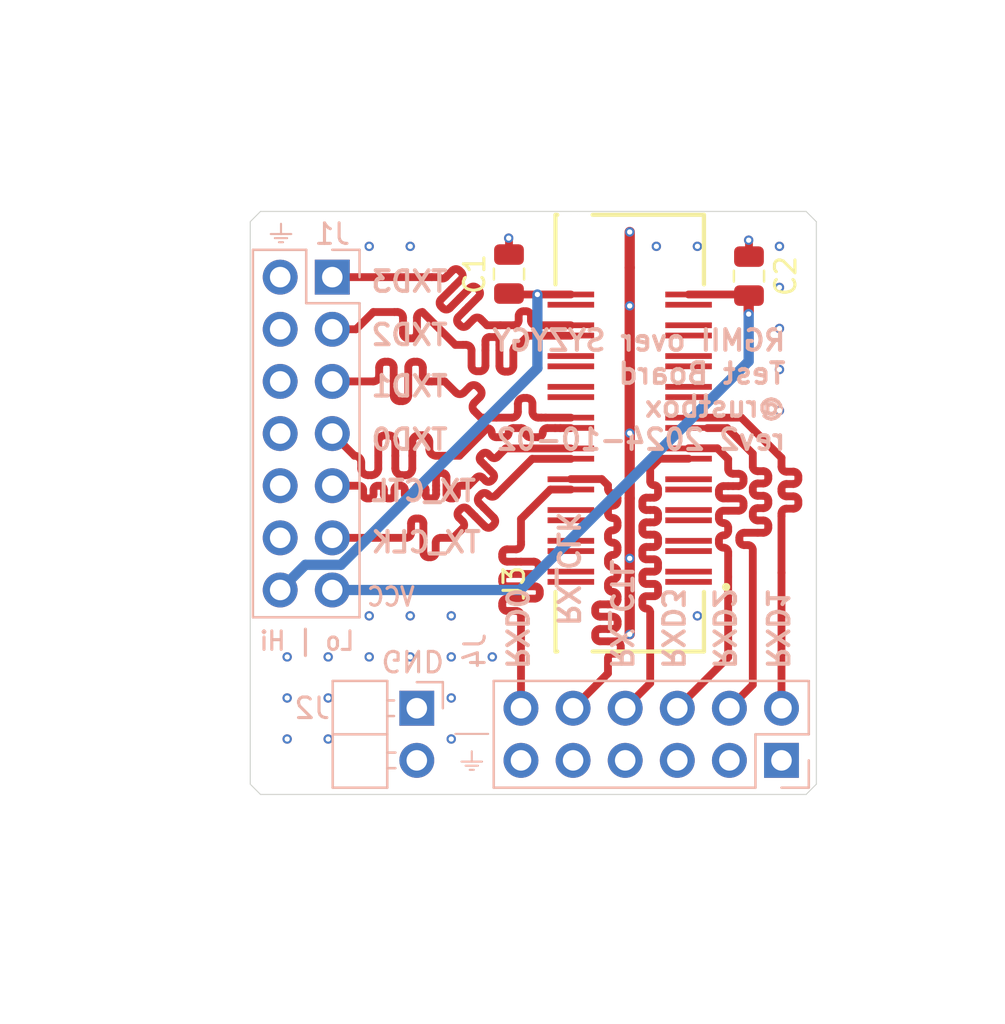
<source format=kicad_pcb>
(kicad_pcb (version 20240108) (generator "pcbnew") (generator_version "8.0")
  (layers (0 "F.Cu" signal) (1 "In1.Cu" signal) (2 "In2.Cu" signal) (31 "B.Cu" signal) (34 "B.Paste" user) (35 "F.Paste" user) (36 "B.SilkS" user "B.Silkscreen") (37 "F.SilkS" user "F.Silkscreen") (38 "B.Mask" user) (39 "F.Mask" user) (44 "Edge.Cuts" user))
  (net 0 "")
  (net 1 "VCC_H")
  (net 2 "GND")
  (net 3 "VCC_L")
  (net 4 "/TXD3_L")
  (net 7 "/TX_CTL_L")
  (net 10 "/RXD0_L")
  (net 17 "/RX_CLK_L")
  (net 18 "/RX_CTL_L")
  (net 19 "/RXD3_L")
  (net 25 "/TX_CLK_L")
  (net 30 "/RXD2_L")
  (net 33 "/TXD0_L")
  (net 34 "/TXD1_L")
  (net 37 "/TXD2_L")
  (net 38 "/RXD1_L")
  (footprint "Capacitor_SMD:C_0805_2012Metric" (layer "F.Cu") (at 116.415 75.05 90)
    (property "Reference" "C1")
    (property "Value" "10u")
  )
  (footprint "local:SAMTEC_QSH-020-01-X-D-DP-A" (layer "F.Cu") (at 122.3 82.8 90)
    (property "Reference" "J3")
    (property "Value" "QSH-020-01-X-D-DP-A")
  )
  (footprint "Capacitor_SMD:C_0805_2012Metric" (layer "F.Cu") (at 128.115 75.15 90)
    (property "Reference" "C2")
    (property "Value" "10u")
  )
  (footprint "Connector_PinHeader_2.54mm:PinHeader_1x02_P2.54mm_Horizontal" (layer "B.Cu") (at 111.92 96.2 180)
    (property "Reference" "J2")
    (property "Value" "Conn_01x02")
  )
  (footprint "Connector_PinHeader_2.54mm:PinHeader_2x07_P2.54mm_Vertical" (layer "B.Cu") (at 107.8 75.2 180)
    (property "Reference" "J1")
    (property "Value" "Conn_02x07_Odd_Even")
  )
  (footprint "Connector_PinHeader_2.54mm:PinHeader_2x06_P2.54mm_Vertical" (layer "B.Cu") (at 129.7 98.74 90)
    (property "Reference" "J4")
    (property "Value" "Conn_02x06_Odd_Even")
  )
  (gr_line (start 115.1 98.8) (end 114.1 98.8) (stroke (width 0.1)) (layer "B.SilkS"))
  (gr_line (start 114.5 99.2) (end 114.7 99.2) (stroke (width 0.1)) (layer "B.SilkS"))
  (gr_line (start 115.4 97.45) (end 113.8 97.45) (stroke (width 0.1)) (layer "B.SilkS"))
  (gr_line (start 105.8 73.1) (end 104.8 73.1) (stroke (width 0.1)) (layer "B.SilkS"))
  (gr_line (start 105 73.3) (end 105.6 73.3) (stroke (width 0.1)) (layer "B.SilkS"))
  (gr_line (start 105.3 72.6) (end 105.3 73.1) (stroke (width 0.1)) (layer "B.SilkS"))
  (gr_line (start 114.3 99) (end 114.9 99) (stroke (width 0.1)) (layer "B.SilkS"))
  (gr_line (start 114.6 98.3) (end 114.6 98.8) (stroke (width 0.1)) (layer "B.SilkS"))
  (gr_line (start 105.2 73.5) (end 105.4 73.5) (stroke (width 0.1)) (layer "B.SilkS"))
  (gr_line (start 130.9 100.4) (end 131.4 99.9) (stroke (width 0.05)) (layer "Edge.Cuts"))
  (gr_line (start 130.9 100.4) (end 104.3 100.4) (stroke (width 0.05)) (layer "Edge.Cuts"))
  (gr_line (start 103.8 72.5) (end 104.3 72) (stroke (width 0.05)) (layer "Edge.Cuts"))
  (gr_line (start 130.9 72) (end 131.4 72.5) (stroke (width 0.05)) (layer "Edge.Cuts"))
  (gr_line (start 131.4 72.5) (end 131.4 99.9) (stroke (width 0.05)) (layer "Edge.Cuts"))
  (gr_line (start 104.3 72) (end 130.9 72) (stroke (width 0.05)) (layer "Edge.Cuts"))
  (gr_line (start 103.8 72.5) (end 103.8 99.9) (stroke (width 0.05)) (layer "Edge.Cuts"))
  (gr_line (start 104.3 100.4) (end 103.8 99.9) (stroke (width 0.05)) (layer "Edge.Cuts"))
  (gr_text "RX_CLK" (at 118.7 92.3 270) (layer "B.SilkS") (effects (font (size 1 1) (thickness 0.2) (bold yes)) (justify left bottom mirror)))
  (gr_text "RXD2" (at 126.3 94.4 270) (layer "B.SilkS") (effects (font (size 1 1) (thickness 0.2) (bold yes)) (justify left bottom mirror)))
  (gr_text "VCC" (at 111.9 91.3 0) (layer "B.SilkS") (effects (font (size 0.9 0.8)) (justify left bottom mirror)))
  (gr_text "TX_CLK" (at 109.6 88.7 0) (layer "B.SilkS") (effects (font (size 1 1) (thickness 0.2) (bold yes)) (justify right bottom mirror)))
  (gr_text "TXD1" (at 109.6 81.1 0) (layer "B.SilkS") (effects (font (size 1 1) (thickness 0.2) (bold yes)) (justify right bottom mirror)))
  (gr_text "RXD0" (at 116.2 94.4 -90) (layer "B.SilkS") (effects (font (size 1 1) (thickness 0.2) (bold yes)) (justify left bottom mirror)))
  (gr_text "Lo | Hi  " (at 108.95 93.45 0) (layer "B.SilkS") (effects (font (size 0.9 0.8)) (justify left bottom mirror)))
  (gr_text "TXD2" (at 109.6 78.6 0) (layer "B.SilkS") (effects (font (size 1 1) (thickness 0.2) (bold yes)) (justify right bottom mirror)))
  (gr_text "RX_CTL" (at 121.3 94.4 270) (layer "B.SilkS") (effects (font (size 1 1) (thickness 0.2) (bold yes)) (justify left bottom mirror)))
  (gr_text "RXD1" (at 128.9 94.4 270) (layer "B.SilkS") (effects (font (size 1 1) (thickness 0.2) (bold yes)) (justify left bottom mirror)))
  (gr_text "RXD3" (at 123.8 94.4 270) (layer "B.SilkS") (effects (font (size 1 1) (thickness 0.2) (bold yes)) (justify left bottom mirror)))
  (gr_text "TX_CTL" (at 109.6 86.2 0) (layer "B.SilkS") (effects (font (size 1 1) (thickness 0.2) (bold yes)) (justify right bottom mirror)))
  (gr_text "RGMII over SYZYGY\nTest Board\n@rustbox\nrev2 2024-10-02" (at 130 83.7 0) (layer "B.SilkS") (effects (font (size 1 1) (thickness 0.2) (bold yes)) (justify left bottom mirror)))
  (gr_text "TXD0" (at 109.6 83.7 0) (layer "B.SilkS") (effects (font (size 1 1) (thickness 0.2) (bold yes)) (justify right bottom mirror)))
  (gr_text "GND" (at 110.1 93.3 180) (layer "B.SilkS") (effects (font (size 1 1)) (justify left bottom mirror)))
  (gr_text "TXD3" (at 109.6 76 0) (layer "B.SilkS") (effects (font (size 1 1) (thickness 0.2) (bold yes)) (justify right bottom mirror)))
  (segment (start 119.43 76.045) (end 116.46 76.045) (width 0.381) (layer "F.Cu") (net 1))
  (segment (start 116.46 76.045) (end 116.415 76) (width 0.381) (layer "F.Cu") (net 1))
  (via (at 117.8 76.045) (size 0.4572) (drill 0.254) (layers "F.Cu" "B.Cu") (net 1))
  (segment (start 106.487 89.213) (end 108.222241 89.213) (width 0.5) (layer "B.Cu") (net 1))
  (segment (start 108.222241 89.213) (end 117.8 79.635241) (width 0.5) (layer "B.Cu") (net 1))
  (segment (start 105.26 90.44) (end 106.487 89.213) (width 0.5) (layer "B.Cu") (net 1))
  (segment (start 117.8 79.635241) (end 117.8 76.045) (width 0.5) (layer "B.Cu") (net 1))
  (segment (start 122.3 85.975) (end 122.3 82.8) (width 0.5) (layer "F.Cu") (net 2))
  (segment (start 122.3 88.9) (end 122.3 85.975) (width 0.5) (layer "F.Cu") (net 2))
  (segment (start 122.3 74.735) (end 122.3 73) (width 0.5) (layer "F.Cu") (net 2))
  (segment (start 122.3 79.625) (end 122.3 76.6) (width 0.5) (layer "F.Cu") (net 2))
  (segment (start 122.3 82.8) (end 122.3 79.625) (width 0.5) (layer "F.Cu") (net 2))
  (segment (start 122.3 76.6) (end 122.3 74.735) (width 0.5) (layer "F.Cu") (net 2))
  (segment (start 116.415 74.1) (end 116.415 73.315) (width 0.381) (layer "F.Cu") (net 2))
  (segment (start 128.115 74.2) (end 128.115 73.415) (width 0.381) (layer "F.Cu") (net 2))
  (segment (start 122.3 90.865) (end 122.3 88.9) (width 0.5) (layer "F.Cu") (net 2))
  (segment (start 122.3 90.865) (end 122.3 92.6) (width 0.5) (layer "F.Cu") (net 2))
  (segment (start 116.415 73.315) (end 116.4 73.3) (width 0.381) (layer "F.Cu") (net 2))
  (segment (start 128.115 73.415) (end 128.1 73.4) (width 0.381) (layer "F.Cu") (net 2))
  (via (at 113.6 95.7) (size 0.4572) (drill 0.254) (layers "F.Cu" "B.Cu") (net 2))
  (via (at 129.6 73.7) (size 0.4572) (drill 0.254) (layers "F.Cu" "B.Cu") (net 2))
  (via (at 122.3 76.6) (size 0.4572) (drill 0.254) (layers "F.Cu" "B.Cu") (net 2))
  (via (at 111.6 93.7) (size 0.4572) (drill 0.254) (layers "F.Cu" "B.Cu") (net 2))
  (via (at 105.6 97.7) (size 0.4572) (drill 0.254) (layers "F.Cu" "B.Cu") (net 2))
  (via (at 116.4 73.3) (size 0.4572) (drill 0.254) (layers "F.Cu" "B.Cu") (net 2))
  (via (at 122.3 92.6) (size 0.4572) (drill 0.254) (layers "F.Cu" "B.Cu") (net 2))
  (via (at 107.6 95.7) (size 0.4572) (drill 0.254) (layers "F.Cu" "B.Cu") (net 2))
  (via (at 125.6 91.7) (size 0.4572) (drill 0.254) (layers "F.Cu" "B.Cu") (net 2))
  (via (at 123.6 73.7) (size 0.4572) (drill 0.254) (layers "F.Cu" "B.Cu") (net 2))
  (via (at 111.6 91.7) (size 0.4572) (drill 0.254) (layers "F.Cu" "B.Cu") (net 2))
  (via (at 129.6 81.7) (size 0.4572) (drill 0.254) (layers "F.Cu" "B.Cu") (net 2))
  (via (at 109.6 91.7) (size 0.4572) (drill 0.254) (layers "F.Cu" "B.Cu") (net 2))
  (via (at 107.6 97.7) (size 0.4572) (drill 0.254) (layers "F.Cu" "B.Cu") (net 2))
  (via (at 113.6 97.7) (size 0.4572) (drill 0.254) (layers "F.Cu" "B.Cu") (net 2))
  (via (at 128.1 73.4) (size 0.4572) (drill 0.254) (layers "F.Cu" "B.Cu") (net 2))
  (via (at 105.6 93.7) (size 0.4572) (drill 0.254) (layers "F.Cu" "B.Cu") (net 2))
  (via (at 129.6 79.7) (size 0.4572) (drill 0.254) (layers "F.Cu" "B.Cu") (net 2))
  (via (at 109.6 93.7) (size 0.4572) (drill 0.254) (layers "F.Cu" "B.Cu") (net 2))
  (via (at 111.6 73.7) (size 0.4572) (drill 0.254) (layers "F.Cu" "B.Cu") (net 2))
  (via (at 113.6 93.7) (size 0.4572) (drill 0.254) (layers "F.Cu" "B.Cu") (net 2))
  (via (at 109.6 73.7) (size 0.4572) (drill 0.254) (layers "F.Cu" "B.Cu") (net 2))
  (via (at 122.3 88.9) (size 0.4572) (drill 0.254) (layers "F.Cu" "B.Cu") (net 2))
  (via (at 129.6 75.7) (size 0.4572) (drill 0.254) (layers "F.Cu" "B.Cu") (net 2))
  (via (at 105.6 95.7) (size 0.4572) (drill 0.254) (layers "F.Cu" "B.Cu") (net 2))
  (via (at 129.6 77.7) (size 0.4572) (drill 0.254) (layers "F.Cu" "B.Cu") (net 2))
  (via (at 122.3 82.8) (size 0.4572) (drill 0.254) (layers "F.Cu" "B.Cu") (net 2))
  (via (at 113.6 91.7) (size 0.4572) (drill 0.254) (layers "F.Cu" "B.Cu") (net 2))
  (via (at 122.3 73) (size 0.4572) (drill 0.254) (layers "F.Cu" "B.Cu") (net 2))
  (via (at 125.6 73.7) (size 0.4572) (drill 0.254) (layers "F.Cu" "B.Cu") (net 2))
  (via (at 115.6 93.7) (size 0.4572) (drill 0.254) (layers "F.Cu" "B.Cu") (net 2))
  (via (at 107.6 93.7) (size 0.4572) (drill 0.254) (layers "F.Cu" "B.Cu") (net 2))
  (segment (start 128.1 76.115) (end 128.115 76.1) (width 0.5) (layer "F.Cu") (net 3))
  (segment (start 128.06 76.045) (end 128.115 76.1) (width 0.381) (layer "F.Cu") (net 3))
  (segment (start 128.1 77) (end 128.1 76.115) (width 0.5) (layer "F.Cu") (net 3))
  (segment (start 125.17 76.045) (end 128.06 76.045) (width 0.381) (layer "F.Cu") (net 3))
  (via (at 128.1 77) (size 0.4572) (drill 0.254) (layers "F.Cu" "B.Cu") (net 3))
  (segment (start 107.8 90.44) (end 116.96 90.44) (width 0.5) (layer "B.Cu") (net 3))
  (segment (start 116.96 90.44) (end 128.1 79.3) (width 0.5) (layer "B.Cu") (net 3))
  (segment (start 128.1 79.3) (end 128.1 77) (width 0.5) (layer "B.Cu") (net 3))
  (segment (start 114.084758 75.303181) (end 113.763673 75.624263) (width 0.381) (layer "F.Cu") (net 4))
  (segment (start 117.9 77.545) (end 119.43 77.545) (width 0.381) (layer "F.Cu") (net 4))
  (segment (start 113.527453 76.70901) (end 114.018231 76.218231) (width 0.381) (layer "F.Cu") (net 4))
  (segment (start 114.848424 75.727448) (end 114.933276 75.8123) (width 0.381) (layer "F.Cu") (net 4))
  (segment (start 115.995 77.545) (end 116.645 77.545) (width 0.381) (layer "F.Cu") (net 4))
  (segment (start 113.763673 75.624263) (end 113.593968 75.793968) (width 0.381) (layer "F.Cu") (net 4))
  (segment (start 112.65 75.2) (end 113 75.2) (width 0.381) (layer "F.Cu") (net 4))
  (segment (start 114.376003 77.557513) (end 114.697052 77.236463) (width 0.381) (layer "F.Cu") (net 4))
  (segment (start 112 75.2) (end 112.65 75.2) (width 0.381) (layer "F.Cu") (net 4))
  (segment (start 115.345 77.545) (end 115.995 77.545) (width 0.381) (layer "F.Cu") (net 4))
  (segment (start 114.018231 76.218231) (end 114.509012 75.727447) (width 0.381) (layer "F.Cu") (net 4))
  (segment (start 113.339412 75.200001) (end 113.660494 74.878916) (width 0.381) (layer "F.Cu") (net 4))
  (segment (start 113.999906 74.878917) (end 114.084758 74.963769) (width 0.381) (layer "F.Cu") (net 4))
  (segment (start 115.121316 77.321316) (end 115.345 77.545) (width 0.381) (layer "F.Cu") (net 4))
  (segment (start 116.885 77.305) (end 116.885 77.100924) (width 0.381) (layer "F.Cu") (net 4))
  (segment (start 107.8 75.2) (end 112 75.2) (width 0.381) (layer "F.Cu") (net 4))
  (segment (start 114.933276 76.151712) (end 114.442494 76.642495) (width 0.381) (layer "F.Cu") (net 4))
  (segment (start 114.442495 76.642495) (end 114.272789 76.8122) (width 0.381) (layer "F.Cu") (net 4))
  (segment (start 117.485 77.100924) (end 117.485 77.305) (width 0.381) (layer "F.Cu") (net 4))
  (segment (start 114.442494 76.642495) (end 114.442495 76.642495) (width 0.381) (layer "F.Cu") (net 4))
  (segment (start 117.725 77.545) (end 117.845 77.545) (width 0.381) (layer "F.Cu") (net 4))
  (segment (start 115.036464 77.236463) (end 115.121316 77.321316) (width 0.381) (layer "F.Cu") (net 4))
  (segment (start 117.845 77.545) (end 117.9 77.545) (width 0.381) (layer "F.Cu") (net 4))
  (segment (start 113.103189 76.624158) (end 113.188041 76.70901) (width 0.381) (layer "F.Cu") (net 4))
  (segment (start 113.593968 75.793968) (end 113.103189 76.284746) (width 0.381) (layer "F.Cu") (net 4))
  (segment (start 114.272789 76.8122) (end 113.951739 77.13325) (width 0.381) (layer "F.Cu") (net 4))
  (segment (start 117.125 76.860924) (end 117.245 76.860924) (width 0.381) (layer "F.Cu") (net 4))
  (segment (start 113.951739 77.472661) (end 114.036591 77.557513) (width 0.381) (layer "F.Cu") (net 4))
  (arc (start 113.660494 74.878916) (mid 113.8302 74.808623) (end 113.999906 74.878917) (width 0.381) (layer "F.Cu") (net 4))
  (arc (start 113.188041 76.70901) (mid 113.357747 76.779305) (end 113.527453 76.70901) (width 0.381) (layer "F.Cu") (net 4))
  (arc (start 114.933276 75.8123) (mid 115.003572 75.982007) (end 114.933276 76.151712) (width 0.381) (layer "F.Cu") (net 4))
  (arc (start 114.697052 77.236463) (mid 114.866758 77.166168) (end 115.036464 77.236463) (width 0.381) (layer "F.Cu") (net 4))
  (arc (start 116.645 77.545) (mid 116.814706 77.474706) (end 116.885 77.305) (width 0.381) (layer "F.Cu") (net 4))
  (arc (start 113.103189 76.284746) (mid 113.032894 76.454452) (end 113.103189 76.624158) (width 0.381) (layer "F.Cu") (net 4))
  (arc (start 113 75.2) (mid 113.169706 75.270294) (end 113.339412 75.200001) (width 0.381) (layer "F.Cu") (net 4))
  (arc (start 117.485 77.305) (mid 117.555294 77.474706) (end 117.725 77.545) (width 0.381) (layer "F.Cu") (net 4))
  (arc (start 116.885 77.100924) (mid 116.955294 76.931218) (end 117.125 76.860924) (width 0.381) (layer "F.Cu") (net 4))
  (arc (start 114.509012 75.727447) (mid 114.678718 75.657154) (end 114.848424 75.727448) (width 0.381) (layer "F.Cu") (net 4))
  (arc (start 113.951739 77.13325) (mid 113.881445 77.302955) (end 113.951739 77.472661) (width 0.381) (layer "F.Cu") (net 4))
  (arc (start 114.084758 74.963769) (mid 114.155052 75.133474) (end 114.084758 75.303181) (width 0.381) (layer "F.Cu") (net 4))
  (arc (start 114.036591 77.557513) (mid 114.206297 77.627808) (end 114.376003 77.557513) (width 0.381) (layer "F.Cu") (net 4))
  (arc (start 117.245 76.860924) (mid 117.414706 76.931218) (end 117.485 77.100924) (width 0.381) (layer "F.Cu") (net 4))
  (segment (start 111.3352 85.5632) (end 111.3352 85.774651) (width 0.381) (layer "F.Cu") (net 7))
  (segment (start 115.63065 84.755731) (end 115.481142 84.606223) (width 0.381) (layer "F.Cu") (net 7))
  (segment (start 114.0784 85.36) (end 114.18 85.36) (width 0.381) (layer "F.Cu") (net 7))
  (segment (start 115.403467 83.810122) (end 115.55299 83.959645) (width 0.381) (layer "F.Cu") (net 7))
  (segment (start 114.44 85.36) (end 114.834565 84.965435) (width 0.381) (layer "F.Cu") (net 7))
  (segment (start 109.5064 85.977867) (end 109.608 85.977867) (width 0.381) (layer "F.Cu") (net 7))
  (segment (start 111.5384 85.977851) (end 111.64 85.977851) (width 0.381) (layer "F.Cu") (net 7))
  (segment (start 111.0304 85.36) (end 111.132 85.36) (width 0.381) (layer "F.Cu") (net 7))
  (segment (start 110.5224 85.977851) (end 110.624 85.977851) (width 0.381) (layer "F.Cu") (net 7))
  (segment (start 110.3192 85.5632) (end 110.3192 85.774651) (width 0.381) (layer "F.Cu") (net 7))
  (segment (start 113.8752 85.774651) (end 113.8752 85.5632) (width 0.381) (layer "F.Cu") (net 7))
  (segment (start 110.0144 85.36) (end 110.116 85.36) (width 0.381) (layer "F.Cu") (net 7))
  (segment (start 111.8432 85.774651) (end 111.8432 85.5632) (width 0.381) (layer "F.Cu") (net 7))
  (segment (start 115.33746 84.46254) (end 115.193776 84.318856) (width 0.381) (layer "F.Cu") (net 7))
  (segment (start 115.912199 83.887802) (end 116.255 83.545) (width 0.381) (layer "F.Cu") (net 7))
  (segment (start 116.255 83.545) (end 119.43 83.545) (width 0.381) (layer "F.Cu") (net 7))
  (segment (start 115.044254 83.881966) (end 115.116099 83.810122) (width 0.381) (layer "F.Cu") (net 7))
  (segment (start 110.8272 85.774651) (end 110.8272 85.5632) (width 0.381) (layer "F.Cu") (net 7))
  (segment (start 115.558808 85.114942) (end 115.63065 85.043099) (width 0.381) (layer "F.Cu") (net 7))
  (segment (start 113.0624 84.742149) (end 113.164 84.742149) (width 0.381) (layer "F.Cu") (net 7))
  (segment (start 112.8592 85.5632) (end 112.8592 85.36) (width 0.381) (layer "F.Cu") (net 7))
  (segment (start 113.5704 85.977851) (end 113.672 85.977851) (width 0.381) (layer "F.Cu") (net 7))
  (segment (start 109.3032 85.5632) (end 109.3032 85.774667) (width 0.381) (layer "F.Cu") (net 7))
  (segment (start 113.3672 85.5632) (end 113.3672 85.774651) (width 0.381) (layer "F.Cu") (net 7))
  (segment (start 109.8112 85.774667) (end 109.8112 85.5632) (width 0.381) (layer "F.Cu") (net 7))
  (segment (start 112.8592 85.774667) (end 112.8592 85.5632) (width 0.381) (layer "F.Cu") (net 7))
  (segment (start 115.337458 84.462539) (end 115.33746 84.46254) (width 0.381) (layer "F.Cu") (net 7))
  (segment (start 115.840358 83.959645) (end 115.912199 83.887802) (width 0.381) (layer "F.Cu") (net 7))
  (segment (start 112.8592 85.36) (end 112.8592 84.945349) (width 0.381) (layer "F.Cu") (net 7))
  (segment (start 114.18 85.36) (end 114.44 85.36) (width 0.381) (layer "F.Cu") (net 7))
  (segment (start 115.121933 84.965435) (end 115.27144 85.114942) (width 0.381) (layer "F.Cu") (net 7))
  (segment (start 115.481142 84.606223) (end 115.337458 84.462539) (width 0.381) (layer "F.Cu") (net 7))
  (segment (start 113.3672 85.36) (end 113.3672 85.5632) (width 0.381) (layer "F.Cu") (net 7))
  (segment (start 112.0464 85.36) (end 112.148 85.36) (width 0.381) (layer "F.Cu") (net 7))
  (segment (start 112.3512 85.5632) (end 112.3512 85.774667) (width 0.381) (layer "F.Cu") (net 7))
  (segment (start 113.3672 84.945349) (end 113.3672 85.36) (width 0.381) (layer "F.Cu") (net 7))
  (segment (start 107.8 85.36) (end 109.1 85.36) (width 0.381) (layer "F.Cu") (net 7))
  (segment (start 112.5544 85.977867) (end 112.656 85.977867) (width 0.381) (layer "F.Cu") (net 7))
  (segment (start 115.193776 84.318856) (end 115.044254 84.169334) (width 0.381) (layer "F.Cu") (net 7))
  (arc (start 111.132 85.36) (mid 111.275684 85.419516) (end 111.3352 85.5632) (width 0.381) (layer "F.Cu") (net 7))
  (arc (start 115.27144 85.114942) (mid 115.415124 85.174458) (end 115.558808 85.114942) (width 0.381) (layer "F.Cu") (net 7))
  (arc (start 113.8752 85.5632) (mid 113.934716 85.419516) (end 114.0784 85.36) (width 0.381) (layer "F.Cu") (net 7))
  (arc (start 111.8432 85.5632) (mid 111.902716 85.419516) (end 112.0464 85.36) (width 0.381) (layer "F.Cu") (net 7))
  (arc (start 109.1 85.36) (mid 109.243684 85.419516) (end 109.3032 85.5632) (width 0.381) (layer "F.Cu") (net 7))
  (arc (start 112.8592 84.945349) (mid 112.918716 84.801665) (end 113.0624 84.742149) (width 0.381) (layer "F.Cu") (net 7))
  (arc (start 113.3672 85.774651) (mid 113.426716 85.918335) (end 113.5704 85.977851) (width 0.381) (layer "F.Cu") (net 7))
  (arc (start 109.3032 85.774667) (mid 109.362716 85.918351) (end 109.5064 85.977867) (width 0.381) (layer "F.Cu") (net 7))
  (arc (start 112.148 85.36) (mid 112.291684 85.419516) (end 112.3512 85.5632) (width 0.381) (layer "F.Cu") (net 7))
  (arc (start 113.672 85.977851) (mid 113.815684 85.918335) (end 113.8752 85.774651) (width 0.381) (layer "F.Cu") (net 7))
  (arc (start 110.3192 85.774651) (mid 110.378716 85.918335) (end 110.5224 85.977851) (width 0.381) (layer "F.Cu") (net 7))
  (arc (start 110.8272 85.5632) (mid 110.886716 85.419516) (end 111.0304 85.36) (width 0.381) (layer "F.Cu") (net 7))
  (arc (start 115.116099 83.810122) (mid 115.259783 83.750606) (end 115.403467 83.810122) (width 0.381) (layer "F.Cu") (net 7))
  (arc (start 114.834565 84.965435) (mid 114.978249 84.905919) (end 115.121933 84.965435) (width 0.381) (layer "F.Cu") (net 7))
  (arc (start 111.64 85.977851) (mid 111.783684 85.918335) (end 111.8432 85.774651) (width 0.381) (layer "F.Cu") (net 7))
  (arc (start 110.624 85.977851) (mid 110.767684 85.918335) (end 110.8272 85.774651) (width 0.381) (layer "F.Cu") (net 7))
  (arc (start 112.656 85.977867) (mid 112.799684 85.918351) (end 112.8592 85.774667) (width 0.381) (layer "F.Cu") (net 7))
  (arc (start 111.3352 85.774651) (mid 111.394716 85.918335) (end 111.5384 85.977851) (width 0.381) (layer "F.Cu") (net 7))
  (arc (start 115.55299 83.959645) (mid 115.696674 84.019161) (end 115.840358 83.959645) (width 0.381) (layer "F.Cu") (net 7))
  (arc (start 113.164 84.742149) (mid 113.307684 84.801665) (end 113.3672 84.945349) (width 0.381) (layer "F.Cu") (net 7))
  (arc (start 115.044254 84.169334) (mid 114.984738 84.02565) (end 115.044254 83.881966) (width 0.381) (layer "F.Cu") (net 7))
  (arc (start 109.608 85.977867) (mid 109.751684 85.918351) (end 109.8112 85.774667) (width 0.381) (layer "F.Cu") (net 7))
  (arc (start 115.63065 85.043099) (mid 115.690166 84.899415) (end 115.63065 84.755731) (width 0.381) (layer "F.Cu") (net 7))
  (arc (start 109.8112 85.5632) (mid 109.870716 85.419516) (end 110.0144 85.36) (width 0.381) (layer "F.Cu") (net 7))
  (arc (start 110.116 85.36) (mid 110.259684 85.419516) (end 110.3192 85.5632) (width 0.381) (layer "F.Cu") (net 7))
  (arc (start 112.3512 85.774667) (mid 112.410716 85.918351) (end 112.5544 85.977867) (width 0.381) (layer "F.Cu") (net 7))
  (segment (start 116.325895 88.46) (end 116.76 88.46) (width 0.381) (layer "F.Cu") (net 10))
  (segment (start 116.085876 90.02) (end 116.085876 89.9) (width 0.381) (layer "F.Cu") (net 10))
  (segment (start 117 88.22) (end 117 88.1) (width 0.381) (layer "F.Cu") (net 10))
  (segment (start 116.76 90.86) (end 117 90.86) (width 0.381) (layer "F.Cu") (net 10))
  (segment (start 117 88.1) (end 117 86.98) (width 0.381) (layer "F.Cu") (net 10))
  (segment (start 117 89.66) (end 117.624113 89.66) (width 0.381) (layer "F.Cu") (net 10))
  (segment (start 116.76 91.46) (end 116.325876 91.46) (width 0.381) (layer "F.Cu") (net 10))
  (segment (start 116.325876 90.86) (end 116.76 90.86) (width 0.381) (layer "F.Cu") (net 10))
  (segment (start 117.914105 90.62) (end 117.914105 90.5) (width 0.381) (layer "F.Cu") (net 10))
  (segment (start 117 90.26) (end 116.325876 90.26) (width 0.381) (layer "F.Cu") (net 10))
  (segment (start 117 90.86) (end 117.674105 90.86) (width 0.381) (layer "F.Cu") (net 10))
  (segment (start 116.085895 88.82) (end 116.085895 88.7) (width 0.381) (layer "F.Cu") (net 10))
  (segment (start 117.674105 90.26) (end 117 90.26) (width 0.381) (layer "F.Cu") (net 10))
  (segment (start 117 86.98) (end 117.421836 86.558164) (width 0.381) (layer "F.Cu") (net 10))
  (segment (start 117 96.2) (end 117 91.7) (width 0.381) (layer "F.Cu") (net 10))
  (segment (start 118.435 85.545) (end 119.43 85.545) (width 0.381) (layer "F.Cu") (net 10))
  (segment (start 117 89.06) (end 116.76 89.06) (width 0.381) (layer "F.Cu") (net 10))
  (segment (start 117.421836 86.558164) (end 118.435 85.545) (width 0.381) (layer "F.Cu") (net 10))
  (segment (start 116.76 89.06) (end 116.325895 89.06) (width 0.381) (layer "F.Cu") (net 10))
  (segment (start 116.085876 91.22) (end 116.085876 91.1) (width 0.381) (layer "F.Cu") (net 10))
  (segment (start 116.325876 89.66) (end 117 89.66) (width 0.381) (layer "F.Cu") (net 10))
  (segment (start 117.864113 89.42) (end 117.864113 89.3) (width 0.381) (layer "F.Cu") (net 10))
  (segment (start 117.624113 89.06) (end 117 89.06) (width 0.381) (layer "F.Cu") (net 10))
  (arc (start 116.325876 91.46) (mid 116.15617 91.389706) (end 116.085876 91.22) (width 0.381) (layer "F.Cu") (net 10))
  (arc (start 116.085876 89.9) (mid 116.15617 89.730294) (end 116.325876 89.66) (width 0.381) (layer "F.Cu") (net 10))
  (arc (start 116.085876 91.1) (mid 116.15617 90.930294) (end 116.325876 90.86) (width 0.381) (layer "F.Cu") (net 10))
  (arc (start 117.624113 89.66) (mid 117.793819 89.589706) (end 117.864113 89.42) (width 0.381) (layer "F.Cu") (net 10))
  (arc (start 117.864113 89.3) (mid 117.793819 89.130294) (end 117.624113 89.06) (width 0.381) (layer "F.Cu") (net 10))
  (arc (start 117.674105 90.86) (mid 117.843811 90.789706) (end 117.914105 90.62) (width 0.381) (layer "F.Cu") (net 10))
  (arc (start 117.914105 90.5) (mid 117.843811 90.330294) (end 117.674105 90.26) (width 0.381) (layer "F.Cu") (net 10))
  (arc (start 116.325895 89.06) (mid 116.156189 88.989706) (end 116.085895 88.82) (width 0.381) (layer "F.Cu") (net 10))
  (arc (start 116.325876 90.26) (mid 116.15617 90.189706) (end 116.085876 90.02) (width 0.381) (layer "F.Cu") (net 10))
  (arc (start 117 91.7) (mid 116.929706 91.530294) (end 116.76 91.46) (width 0.381) (layer "F.Cu") (net 10))
  (arc (start 116.085895 88.7) (mid 116.156189 88.530294) (end 116.325895 88.46) (width 0.381) (layer "F.Cu") (net 10))
  (arc (start 116.76 88.46) (mid 116.929706 88.389706) (end 117 88.22) (width 0.381) (layer "F.Cu") (net 10))
  (segment (start 120.618634 92.58) (end 120.618634 92.7) (width 0.381) (layer "F.Cu") (net 17))
  (segment (start 121.24 91.74) (end 121.474513 91.74) (width 0.381) (layer "F.Cu") (net 17))
  (segment (start 121.473643 91.14) (end 121.24 91.14) (width 0.381) (layer "F.Cu") (net 17))
  (segment (start 120.937 85.037) (end 121.24 85.34) (width 0.381) (layer "F.Cu") (net 17))
  (segment (start 121.48 92.94) (end 121.621366 92.94) (width 0.381) (layer "F.Cu") (net 17))
  (segment (start 121.24 92.94) (end 121.48 92.94) (width 0.381) (layer "F.Cu") (net 17))
  (segment (start 121.707286 90.767286) (end 121.707286 90.906357) (width 0.381) (layer "F.Cu") (net 17))
  (segment (start 120.618634 91.38) (end 120.618634 91.5) (width 0.381) (layer "F.Cu") (net 17))
  (segment (start 121.24 85.34) (end 121.24 85.5) (width 0.381) (layer "F.Cu") (net 17))
  (segment (start 119.43 85.037) (end 120.937 85.037) (width 0.381) (layer "F.Cu") (net 17))
  (segment (start 121.24 87.764916) (end 121.24 87.9) (width 0.381) (layer "F.Cu") (net 17))
  (segment (start 121.24 94.5) (end 121.17 94.57) (width 0.381) (layer "F.Cu") (net 17))
  (segment (start 121.24 90.164916) (end 121.24 90.3) (width 0.381) (layer "F.Cu") (net 17))
  (segment (start 121.704848 88.364848) (end 121.704848 88.5) (width 0.381) (layer "F.Cu") (net 17))
  (segment (start 121.24 93.9) (end 121.24 94.5) (width 0.381) (layer "F.Cu") (net 17))
  (segment (start 121.704916 87.164916) (end 121.704916 87.3) (width 0.381) (layer "F.Cu") (net 17))
  (segment (start 121.24 86.564848) (end 121.24 86.7) (width 0.381) (layer "F.Cu") (net 17))
  (segment (start 121.704848 85.964848) (end 121.704848 86.1) (width 0.381) (layer "F.Cu") (net 17))
  (segment (start 121.709025 91.974512) (end 121.709025 92.105488) (width 0.381) (layer "F.Cu") (net 17))
  (segment (start 120.858634 91.74) (end 121.24 91.74) (width 0.381) (layer "F.Cu") (net 17))
  (segment (start 121.621366 93.54) (end 121.48 93.54) (width 0.381) (layer "F.Cu") (net 17))
  (segment (start 121.24 92.34) (end 120.858634 92.34) (width 0.381) (layer "F.Cu") (net 17))
  (segment (start 121.17 94.57) (end 119.54 96.2) (width 0.381) (layer "F.Cu") (net 17))
  (segment (start 121.24 91.14) (end 120.858634 91.14) (width 0.381) (layer "F.Cu") (net 17))
  (segment (start 121.704916 89.564916) (end 121.704916 89.7) (width 0.381) (layer "F.Cu") (net 17))
  (segment (start 121.474513 92.34) (end 121.24 92.34) (width 0.381) (layer "F.Cu") (net 17))
  (segment (start 121.861366 93.18) (end 121.861366 93.3) (width 0.381) (layer "F.Cu") (net 17))
  (segment (start 121.24 93.78) (end 121.24 93.9) (width 0.381) (layer "F.Cu") (net 17))
  (segment (start 120.858634 92.94) (end 121.24 92.94) (width 0.381) (layer "F.Cu") (net 17))
  (segment (start 121.24 88.964848) (end 121.24 89.1) (width 0.381) (layer "F.Cu") (net 17))
  (arc (start 121.473643 90.533643) (mid 121.638854 90.602075) (end 121.707286 90.767286) (width 0.381) (layer "F.Cu") (net 17))
  (arc (start 121.861366 93.3) (mid 121.791072 93.469706) (end 121.621366 93.54) (width 0.381) (layer "F.Cu") (net 17))
  (arc (start 120.618634 92.7) (mid 120.688928 92.869706) (end 120.858634 92.94) (width 0.381) (layer "F.Cu") (net 17))
  (arc (start 121.472458 86.932458) (mid 121.636831 87.000543) (end 121.704916 87.164916) (width 0.381) (layer "F.Cu") (net 17))
  (arc (start 121.707286 90.906357) (mid 121.638854 91.071568) (end 121.473643 91.14) (width 0.381) (layer "F.Cu") (net 17))
  (arc (start 121.704916 89.7) (mid 121.636831 89.864373) (end 121.472458 89.932458) (width 0.381) (layer "F.Cu") (net 17))
  (arc (start 120.858634 92.34) (mid 120.688928 92.410294) (end 120.618634 92.58) (width 0.381) (layer "F.Cu") (net 17))
  (arc (start 121.472458 87.532458) (mid 121.308085 87.600543) (end 121.24 87.764916) (width 0.381) (layer "F.Cu") (net 17))
  (arc (start 121.24 86.7) (mid 121.308085 86.864373) (end 121.472458 86.932458) (width 0.381) (layer "F.Cu") (net 17))
  (arc (start 121.24 85.5) (mid 121.308075 85.664349) (end 121.472424 85.732424) (width 0.381) (layer "F.Cu") (net 17))
  (arc (start 121.621366 92.94) (mid 121.791072 93.010294) (end 121.861366 93.18) (width 0.381) (layer "F.Cu") (net 17))
  (arc (start 121.704848 86.1) (mid 121.636773 86.264349) (end 121.472424 86.332424) (width 0.381) (layer "F.Cu") (net 17))
  (arc (start 121.704916 87.3) (mid 121.636831 87.464373) (end 121.472458 87.532458) (width 0.381) (layer "F.Cu") (net 17))
  (arc (start 121.48 93.54) (mid 121.310294 93.610294) (end 121.24 93.78) (width 0.381) (layer "F.Cu") (net 17))
  (arc (start 121.472424 88.132424) (mid 121.636773 88.200499) (end 121.704848 88.364848) (width 0.381) (layer "F.Cu") (net 17))
  (arc (start 120.618634 91.5) (mid 120.688928 91.669706) (end 120.858634 91.74) (width 0.381) (layer "F.Cu") (net 17))
  (arc (start 121.472424 88.732424) (mid 121.308075 88.800499) (end 121.24 88.964848) (width 0.381) (layer "F.Cu") (net 17))
  (arc (start 121.24 89.1) (mid 121.308085 89.264373) (end 121.472458 89.332458) (width 0.381) (layer "F.Cu") (net 17))
  (arc (start 121.709025 92.105488) (mid 121.640338 92.271313) (end 121.474513 92.34) (width 0.381) (layer "F.Cu") (net 17))
  (arc (start 120.858634 91.14) (mid 120.688928 91.210294) (end 120.618634 91.38) (width 0.381) (layer "F.Cu") (net 17))
  (arc (start 121.472424 86.332424) (mid 121.308075 86.400499) (end 121.24 86.564848) (width 0.381) (layer "F.Cu") (net 17))
  (arc (start 121.472458 89.932458) (mid 121.308085 90.000543) (end 121.24 90.164916) (width 0.381) (layer "F.Cu") (net 17))
  (arc (start 121.704848 88.5) (mid 121.636773 88.664349) (end 121.472424 88.732424) (width 0.381) (layer "F.Cu") (net 17))
  (arc (start 121.472458 89.332458) (mid 121.636831 89.400543) (end 121.704916 89.564916) (width 0.381) (layer "F.Cu") (net 17))
  (arc (start 121.474513 91.74) (mid 121.640338 91.808687) (end 121.709025 91.974512) (width 0.381) (layer "F.Cu") (net 17))
  (arc (start 121.472424 85.732424) (mid 121.636773 85.800499) (end 121.704848 85.964848) (width 0.381) (layer "F.Cu") (net 17))
  (arc (start 121.24 87.9) (mid 121.308075 88.064349) (end 121.472424 88.132424) (width 0.381) (layer "F.Cu") (net 17))
  (arc (start 121.24 90.3) (mid 121.308432 90.465211) (end 121.473643 90.533643) (width 0.381) (layer "F.Cu") (net 17))
  (segment (start 123.3 91.744167) (end 123.3 93.5) (width 0.381) (layer "F.Cu") (net 18))
  (segment (start 123.3 87.144167) (end 123.1095 87.144167) (width 0.381) (layer "F.Cu") (net 18))
  (segment (start 123.3 91.534667) (end 123.3 91.744167) (width 0.381) (layer "F.Cu") (net 18))
  (segment (start 123.1095 86.544167) (end 123.3 86.544167) (width 0.381) (layer "F.Cu") (net 18))
  (segment (start 123.681 86.734667) (end 123.681 86.953667) (width 0.381) (layer "F.Cu") (net 18))
  (segment (start 123.681 85.525167) (end 123.681 85.753667) (width 0.381) (layer "F.Cu") (net 18))
  (segment (start 123.4905 90.744167) (end 123.3 90.744167) (width 0.381) (layer "F.Cu") (net 18))
  (segment (start 123.3 88.344167) (end 123.1095 88.344167) (width 0.381) (layer "F.Cu") (net 18))
  (segment (start 122.919 88.534667) (end 122.919 88.753667) (width 0.381) (layer "F.Cu") (net 18))
  (segment (start 123.3 85.944167) (end 123.1095 85.944167) (width 0.381) (layer "F.Cu") (net 18))
  (segment (start 122.919 90.934667) (end 122.919 91.153667) (width 0.381) (layer "F.Cu") (net 18))
  (segment (start 123.3 87.744167) (end 123.4905 87.744167) (width 0.381) (layer "F.Cu") (net 18))
  (segment (start 123.3 89.544167) (end 123.1095 89.544167) (width 0.381) (layer "F.Cu") (net 18))
  (segment (start 125.17 84.045) (end 123.755 84.045) (width 0.381) (layer "F.Cu") (net 18))
  (segment (start 123.4905 89.544167) (end 123.3 89.544167) (width 0.381) (layer "F.Cu") (net 18))
  (segment (start 123.1095 87.744167) (end 123.3 87.744167) (width 0.381) (layer "F.Cu") (net 18))
  (segment (start 123.3 84.5) (end 123.3 85.144167) (width 0.381) (layer "F.Cu") (net 18))
  (segment (start 123.3 90.144167) (end 123.4905 90.144167) (width 0.381) (layer "F.Cu") (net 18))
  (segment (start 123.681 89.134667) (end 123.681 89.353667) (width 0.381) (layer "F.Cu") (net 18))
  (segment (start 123.3 94.98) (end 122.08 96.2) (width 0.381) (layer "F.Cu") (net 18))
  (segment (start 122.919 87.334667) (end 122.919 87.553667) (width 0.381) (layer "F.Cu") (net 18))
  (segment (start 123.4905 88.344167) (end 123.3 88.344167) (width 0.381) (layer "F.Cu") (net 18))
  (segment (start 123.3 90.744167) (end 123.1095 90.744167) (width 0.381) (layer "F.Cu") (net 18))
  (segment (start 123.681 87.934667) (end 123.681 88.153667) (width 0.381) (layer "F.Cu") (net 18))
  (segment (start 123.4905 87.144167) (end 123.3 87.144167) (width 0.381) (layer "F.Cu") (net 18))
  (segment (start 123.1095 88.944167) (end 123.3 88.944167) (width 0.381) (layer "F.Cu") (net 18))
  (segment (start 123.4905 85.944167) (end 123.3 85.944167) (width 0.381) (layer "F.Cu") (net 18))
  (segment (start 123.1095 90.144167) (end 123.3 90.144167) (width 0.381) (layer "F.Cu") (net 18))
  (segment (start 123.3 93.5) (end 123.3 94.98) (width 0.381) (layer "F.Cu") (net 18))
  (segment (start 123.755 84.045) (end 123.3 84.5) (width 0.381) (layer "F.Cu") (net 18))
  (segment (start 123.3 86.544167) (end 123.4905 86.544167) (width 0.381) (layer "F.Cu") (net 18))
  (segment (start 122.919 86.134667) (end 122.919 86.353667) (width 0.381) (layer "F.Cu") (net 18))
  (segment (start 123.681 90.334667) (end 123.681 90.553667) (width 0.381) (layer "F.Cu") (net 18))
  (segment (start 123.3 88.944167) (end 123.4905 88.944167) (width 0.381) (layer "F.Cu") (net 18))
  (segment (start 122.919 89.734667) (end 122.919 89.953667) (width 0.381) (layer "F.Cu") (net 18))
  (arc (start 123.4905 88.944167) (mid 123.625204 88.999963) (end 123.681 89.134667) (width 0.381) (layer "F.Cu") (net 18))
  (arc (start 122.919 91.153667) (mid 122.974796 91.288371) (end 123.1095 91.344167) (width 0.381) (layer "F.Cu") (net 18))
  (arc (start 123.1095 85.944167) (mid 122.974796 85.999963) (end 122.919 86.134667) (width 0.381) (layer "F.Cu") (net 18))
  (arc (start 123.1095 87.144167) (mid 122.974796 87.199963) (end 122.919 87.334667) (width 0.381) (layer "F.Cu") (net 18))
  (arc (start 123.681 86.953667) (mid 123.625204 87.088371) (end 123.4905 87.144167) (width 0.381) (layer "F.Cu") (net 18))
  (arc (start 123.4905 85.334667) (mid 123.625204 85.390463) (end 123.681 85.525167) (width 0.381) (layer "F.Cu") (net 18))
  (arc (start 123.1095 89.544167) (mid 122.974796 89.599963) (end 122.919 89.734667) (width 0.381) (layer "F.Cu") (net 18))
  (arc (start 123.4905 87.744167) (mid 123.625204 87.799963) (end 123.681 87.934667) (width 0.381) (layer "F.Cu") (net 18))
  (arc (start 122.919 86.353667) (mid 122.974796 86.488371) (end 123.1095 86.544167) (width 0.381) (layer "F.Cu") (net 18))
  (arc (start 123.1095 91.344167) (mid 123.244204 91.399963) (end 123.3 91.534667) (width 0.381) (layer "F.Cu") (net 18))
  (arc (start 122.919 87.553667) (mid 122.974796 87.688371) (end 123.1095 87.744167) (width 0.381) (layer "F.Cu") (net 18))
  (arc (start 123.1095 90.744167) (mid 122.974796 90.799963) (end 122.919 90.934667) (width 0.381) (layer "F.Cu") (net 18))
  (arc (start 123.4905 90.144167) (mid 123.625204 90.199963) (end 123.681 90.334667) (width 0.381) (layer "F.Cu") (net 18))
  (arc (start 123.1095 88.344167) (mid 122.974796 88.399963) (end 122.919 88.534667) (width 0.381) (layer "F.Cu") (net 18))
  (arc (start 123.681 88.153667) (mid 123.625204 88.288371) (end 123.4905 88.344167) (width 0.381) (layer "F.Cu") (net 18))
  (arc (start 122.919 89.953667) (mid 122.974796 90.088371) (end 123.1095 90.144167) (width 0.381) (layer "F.Cu") (net 18))
  (arc (start 123.681 90.553667) (mid 123.625204 90.688371) (end 123.4905 90.744167) (width 0.381) (layer "F.Cu") (net 18))
  (arc (start 123.3 85.144167) (mid 123.355796 85.278871) (end 123.4905 85.334667) (width 0.381) (layer "F.Cu") (net 18))
  (arc (start 123.681 85.753667) (mid 123.625204 85.888371) (end 123.4905 85.944167) (width 0.381) (layer "F.Cu") (net 18))
  (arc (start 122.919 88.753667) (mid 122.974796 88.888371) (end 123.1095 88.944167) (width 0.381) (layer "F.Cu") (net 18))
  (arc (start 123.681 89.353667) (mid 123.625204 89.488371) (end 123.4905 89.544167) (width 0.381) (layer "F.Cu") (net 18))
  (arc (start 123.4905 86.544167) (mid 123.625204 86.599963) (end 123.681 86.734667) (width 0.381) (layer "F.Cu") (net 18))
  (segment (start 127.85 85.018431) (end 127.85 85.138431) (width 0.381) (layer "F.Cu") (net 19))
  (segment (start 127.1 86.578431) (end 126.875 86.578431) (width 0.381) (layer "F.Cu") (net 19))
  (segment (start 127.1 88.603431) (end 127.1 88.753431) (width 0.381) (layer "F.Cu") (net 19))
  (segment (start 126.65 86.803431) (end 126.65 86.953431) (width 0.381) (layer "F.Cu") (net 19))
  (segment (start 127.34 85.378431) (end 127.1 85.378431) (width 0.381) (layer "F.Cu") (net 19))
  (segment (start 126.875 85.978431) (end 127.1 85.978431) (width 0.381) (layer "F.Cu") (net 19))
  (segment (start 126.572 83.537) (end 127.1 84.065) (width 0.381) (layer "F.Cu") (net 19))
  (segment (start 127.85 86.218431) (end 127.85 86.338431) (width 0.381) (layer "F.Cu") (net 19))
  (segment (start 126.65 85.603431) (end 126.65 85.753431) (width 0.381) (layer "F.Cu") (net 19))
  (segment (start 127.1 84.065) (end 127.1 84.538431) (width 0.381) (layer "F.Cu") (net 19))
  (segment (start 125.17 83.537) (end 126.572 83.537) (width 0.381) (layer "F.Cu") (net 19))
  (segment (start 127.61 85.378431) (end 127.34 85.378431) (width 0.381) (layer "F.Cu") (net 19))
  (segment (start 127.1 85.378431) (end 126.875 85.378431) (width 0.381) (layer "F.Cu") (net 19))
  (segment (start 126.65 88.003431) (end 126.65 88.153431) (width 0.381) (layer "F.Cu") (net 19))
  (segment (start 127.1 85.978431) (end 127.61 85.978431) (width 0.381) (layer "F.Cu") (net 19))
  (segment (start 127.34 84.778431) (end 127.61 84.778431) (width 0.381) (layer "F.Cu") (net 19))
  (segment (start 127.1 89.8) (end 127.1 93.72) (width 0.381) (layer "F.Cu") (net 19))
  (segment (start 127.1 93.72) (end 124.62 96.2) (width 0.381) (layer "F.Cu") (net 19))
  (segment (start 127.1 87.403431) (end 127.1 87.553431) (width 0.381) (layer "F.Cu") (net 19))
  (segment (start 127.61 86.578431) (end 127.1 86.578431) (width 0.381) (layer "F.Cu") (net 19))
  (segment (start 127.1 88.753431) (end 127.1 89.8) (width 0.381) (layer "F.Cu") (net 19))
  (arc (start 126.875 86.578431) (mid 126.715901 86.644332) (end 126.65 86.803431) (width 0.381) (layer "F.Cu") (net 19))
  (arc (start 126.65 88.153431) (mid 126.715901 88.31253) (end 126.875 88.378431) (width 0.381) (layer "F.Cu") (net 19))
  (arc (start 127.85 86.338431) (mid 127.779706 86.508137) (end 127.61 86.578431) (width 0.381) (layer "F.Cu") (net 19))
  (arc (start 127.85 85.138431) (mid 127.779706 85.308137) (end 127.61 85.378431) (width 0.381) (layer "F.Cu") (net 19))
  (arc (start 126.875 87.778431) (mid 126.715901 87.844332) (end 126.65 88.003431) (width 0.381) (layer "F.Cu") (net 19))
  (arc (start 127.1 84.538431) (mid 127.170294 84.708137) (end 127.34 84.778431) (width 0.381) (layer "F.Cu") (net 19))
  (arc (start 126.65 85.753431) (mid 126.715901 85.91253) (end 126.875 85.978431) (width 0.381) (layer "F.Cu") (net 19))
  (arc (start 127.61 84.778431) (mid 127.779706 84.848725) (end 127.85 85.018431) (width 0.381) (layer "F.Cu") (net 19))
  (arc (start 127.1 87.553431) (mid 127.034099 87.71253) (end 126.875 87.778431) (width 0.381) (layer "F.Cu") (net 19))
  (arc (start 127.61 85.978431) (mid 127.779706 86.048725) (end 127.85 86.218431) (width 0.381) (layer "F.Cu") (net 19))
  (arc (start 126.875 85.378431) (mid 126.715901 85.444332) (end 126.65 85.603431) (width 0.381) (layer "F.Cu") (net 19))
  (arc (start 126.875 87.178431) (mid 127.034099 87.244332) (end 127.1 87.403431) (width 0.381) (layer "F.Cu") (net 19))
  (arc (start 126.65 86.953431) (mid 126.715901 87.11253) (end 126.875 87.178431) (width 0.381) (layer "F.Cu") (net 19))
  (arc (start 126.875 88.378431) (mid 127.034099 88.444332) (end 127.1 88.603431) (width 0.381) (layer "F.Cu") (net 19))
  (segment (start 114.964393 85.869272) (end 115.049247 85.784419) (width 0.381) (layer "F.Cu") (net 25))
  (segment (start 114.583885 86.676707) (end 114.75359 86.846412) (width 0.381) (layer "F.Cu") (net 25))
  (segment (start 107.8 87.9) (end 111.4 87.9) (width 0.381) (layer "F.Cu") (net 25))
  (segment (start 114.75359 86.846412) (end 114.75359 86.84641) (width 0.381) (layer "F.Cu") (net 25))
  (segment (start 115.388659 85.784418) (end 115.432416 85.828175) (width 0.381) (layer "F.Cu") (net 25))
  (segment (start 115.771826 85.828176) (end 115.856679 85.743322) (width 0.381) (layer "F.Cu") (net 25))
  (segment (start 111.64 87.66) (end 111.64 87.198127) (width 0.381) (layer "F.Cu") (net 25))
  (segment (start 112.24 87.66) (end 112.24 88.601873) (width 0.381) (layer "F.Cu") (net 25))
  (segment (start 114.398714 86.491536) (end 114.583885 86.676707) (width 0.381) (layer "F.Cu") (net 25))
  (segment (start 111.88 86.958127) (end 112 86.958127) (width 0.381) (layer "F.Cu") (net 25))
  (segment (start 114.75359 86.84641) (end 115.249862 87.342682) (width 0.381) (layer "F.Cu") (net 25))
  (segment (start 116.05 85.55) (end 117.547 84.053) (width 0.381) (layer "F.Cu") (net 25))
  (segment (start 112.84 88.601873) (end 112.84 88.14) (width 0.381) (layer "F.Cu") (net 25))
  (segment (start 113.08 87.9) (end 113.2 87.9) (width 0.381) (layer "F.Cu") (net 25))
  (segment (start 112.24 87.198127) (end 112.24 87.66) (width 0.381) (layer "F.Cu") (net 25))
  (segment (start 115.177852 86.422144) (end 115.177854 86.422146) (width 0.381) (layer "F.Cu") (net 25))
  (segment (start 115.589273 87.342682) (end 115.674125 87.257829) (width 0.381) (layer "F.Cu") (net 25))
  (segment (start 115.674125 86.918417) (end 115.177852 86.422144) (width 0.381) (layer "F.Cu") (net 25))
  (segment (start 114.15962 87.100969) (end 113.97445 86.915799) (width 0.381) (layer "F.Cu") (net 25))
  (segment (start 115.856679 85.743322) (end 116.05 85.55) (width 0.381) (layer "F.Cu") (net 25))
  (segment (start 115.177854 86.422146) (end 115.008149 86.252441) (width 0.381) (layer "F.Cu") (net 25))
  (segment (start 117.547 84.053) (end 119.43 84.053) (width 0.381) (layer "F.Cu") (net 25))
  (segment (start 113.2 87.9) (end 113.7 87.9) (width 0.381) (layer "F.Cu") (net 25))
  (segment (start 113.7 87.9) (end 114.159619 87.440381) (width 0.381) (layer "F.Cu") (net 25))
  (segment (start 113.974449 86.576389) (end 114.059304 86.491535) (width 0.381) (layer "F.Cu") (net 25))
  (segment (start 112.48 88.841873) (end 112.6 88.841873) (width 0.381) (layer "F.Cu") (net 25))
  (segment (start 115.008149 86.252441) (end 114.964392 86.208684) (width 0.381) (layer "F.Cu") (net 25))
  (arc (start 111.4 87.9) (mid 111.569706 87.829706) (end 111.64 87.66) (width 0.381) (layer "F.Cu") (net 25))
  (arc (start 112.24 88.601873) (mid 112.310294 88.771579) (end 112.48 88.841873) (width 0.381) (layer "F.Cu") (net 25))
  (arc (start 115.674125 87.257829) (mid 115.74442 87.088123) (end 115.674125 86.918417) (width 0.381) (layer "F.Cu") (net 25))
  (arc (start 112.84 88.14) (mid 112.910294 87.970294) (end 113.08 87.9) (width 0.381) (layer "F.Cu") (net 25))
  (arc (start 115.049247 85.784419) (mid 115.218954 85.714123) (end 115.388659 85.784418) (width 0.381) (layer "F.Cu") (net 25))
  (arc (start 114.964392 86.208684) (mid 114.894098 86.038978) (end 114.964393 85.869272) (width 0.381) (layer "F.Cu") (net 25))
  (arc (start 115.432416 85.828175) (mid 115.602121 85.89847) (end 115.771826 85.828176) (width 0.381) (layer "F.Cu") (net 25))
  (arc (start 115.249862 87.342682) (mid 115.419568 87.412976) (end 115.589273 87.342682) (width 0.381) (layer "F.Cu") (net 25))
  (arc (start 114.059304 86.491535) (mid 114.229009 86.421241) (end 114.398714 86.491536) (width 0.381) (layer "F.Cu") (net 25))
  (arc (start 113.97445 86.915799) (mid 113.904156 86.746093) (end 113.974449 86.576389) (width 0.381) (layer "F.Cu") (net 25))
  (arc (start 112 86.958127) (mid 112.169706 87.028421) (end 112.24 87.198127) (width 0.381) (layer "F.Cu") (net 25))
  (arc (start 114.159619 87.440381) (mid 114.229914 87.270675) (end 114.15962 87.100969) (width 0.381) (layer "F.Cu") (net 25))
  (arc (start 112.6 88.841873) (mid 112.769706 88.771579) (end 112.84 88.601873) (width 0.381) (layer "F.Cu") (net 25))
  (arc (start 111.64 87.198127) (mid 111.710294 87.028421) (end 111.88 86.958127) (width 0.381) (layer "F.Cu") (net 25))
  (segment (start 128.3 88.492236) (end 128.3 88.612236) (width 0.381) (layer "F.Cu") (net 30))
  (segment (start 128.54 87.652236) (end 127.884766 87.652236) (width 0.381) (layer "F.Cu") (net 30))
  (segment (start 128.815231 85.252236) (end 128.54 85.252236) (width 0.381) (layer "F.Cu") (net 30))
  (segment (start 129.055231 86.092236) (end 129.055231 86.212236) (width 0.381) (layer "F.Cu") (net 30))
  (segment (start 128.3 95.06) (end 127.16 96.2) (width 0.381) (layer "F.Cu") (net 30))
  (segment (start 129.055231 87.292236) (end 129.055231 87.412236) (width 0.381) (layer "F.Cu") (net 30))
  (segment (start 128.3 88.612236) (end 128.3 89.6) (width 0.381) (layer "F.Cu") (net 30))
  (segment (start 128.3 83.8) (end 128.3 84.412236) (width 0.381) (layer "F.Cu") (net 30))
  (segment (start 128.3 85.492236) (end 128.3 85.612236) (width 0.381) (layer "F.Cu") (net 30))
  (segment (start 128.815231 86.452236) (end 128.54 86.452236) (width 0.381) (layer "F.Cu") (net 30))
  (segment (start 127.053 82.553) (end 128.3 83.8) (width 0.381) (layer "F.Cu") (net 30))
  (segment (start 128.815231 87.652236) (end 128.54 87.652236) (width 0.381) (layer "F.Cu") (net 30))
  (segment (start 128.3 86.692236) (end 128.3 86.812236) (width 0.381) (layer "F.Cu") (net 30))
  (segment (start 127.884766 88.252236) (end 128.06 88.252236) (width 0.381) (layer "F.Cu") (net 30))
  (segment (start 128.54 84.652236) (end 128.815231 84.652236) (width 0.381) (layer "F.Cu") (net 30))
  (segment (start 126.088 82.553) (end 127.053 82.553) (width 0.381) (layer "F.Cu") (net 30))
  (segment (start 128.3 89.6) (end 128.3 95.06) (width 0.381) (layer "F.Cu") (net 30))
  (segment (start 129.055231 84.892236) (end 129.055231 85.012236) (width 0.381) (layer "F.Cu") (net 30))
  (segment (start 128.54 85.852236) (end 128.815231 85.852236) (width 0.381) (layer "F.Cu") (net 30))
  (segment (start 128.54 87.052236) (end 128.815231 87.052236) (width 0.381) (layer "F.Cu") (net 30))
  (segment (start 127.644766 87.892236) (end 127.644766 88.012236) (width 0.381) (layer "F.Cu") (net 30))
  (arc (start 127.644766 88.012236) (mid 127.71506 88.181942) (end 127.884766 88.252236) (width 0.381) (layer "F.Cu") (net 30))
  (arc (start 128.815231 87.052236) (mid 128.984937 87.12253) (end 129.055231 87.292236) (width 0.381) (layer "F.Cu") (net 30))
  (arc (start 129.055231 86.212236) (mid 128.984937 86.381942) (end 128.815231 86.452236) (width 0.381) (layer "F.Cu") (net 30))
  (arc (start 129.055231 85.012236) (mid 128.984937 85.181942) (end 128.815231 85.252236) (width 0.381) (layer "F.Cu") (net 30))
  (arc (start 128.54 85.252236) (mid 128.370294 85.32253) (end 128.3 85.492236) (width 0.381) (layer "F.Cu") (net 30))
  (arc (start 128.3 85.612236) (mid 128.370294 85.781942) (end 128.54 85.852236) (width 0.381) (layer "F.Cu") (net 30))
  (arc (start 127.884766 87.652236) (mid 127.71506 87.72253) (end 127.644766 87.892236) (width 0.381) (layer "F.Cu") (net 30))
  (arc (start 128.815231 84.652236) (mid 128.984937 84.72253) (end 129.055231 84.892236) (width 0.381) (layer "F.Cu") (net 30))
  (arc (start 128.06 88.252236) (mid 128.229706 88.32253) (end 128.3 88.492236) (width 0.381) (layer "F.Cu") (net 30))
  (arc (start 128.3 84.412236) (mid 128.370294 84.581942) (end 128.54 84.652236) (width 0.381) (layer "F.Cu") (net 30))
  (arc (start 129.055231 87.412236) (mid 128.984937 87.581942) (end 128.815231 87.652236) (width 0.381) (layer "F.Cu") (net 30))
  (arc (start 128.54 86.452236) (mid 128.370294 86.52253) (end 128.3 86.692236) (width 0.381) (layer "F.Cu") (net 30))
  (arc (start 128.815231 85.852236) (mid 128.984937 85.92253) (end 129.055231 86.092236) (width 0.381) (layer "F.Cu") (net 30))
  (arc (start 128.3 86.812236) (mid 128.370294 86.981942) (end 128.54 87.052236) (width 0.381) (layer "F.Cu") (net 30))
  (segment (start 111.204 84.846852) (end 111.37 84.846852) (width 0.381) (layer "F.Cu") (net 33))
  (segment (start 112.034 82.903149) (end 112.2 82.903149) (width 0.381) (layer "F.Cu") (net 33))
  (segment (start 110.374 82.903149) (end 110.54 82.903149) (width 0.381) (layer "F.Cu") (net 33))
  (segment (start 114 83.9) (end 115.347 82.553) (width 0.381) (layer "F.Cu") (net 33))
  (segment (start 111.702 83.9) (end 111.702 83.568) (width 0.381) (layer "F.Cu") (net 33))
  (segment (start 118.92458 82.553) (end 119.43 82.553) (width 0.381) (layer "F.Cu") (net 33))
  (segment (start 110.042 84.514852) (end 110.042 84.232) (width 0.381) (layer "F.Cu") (net 33))
  (segment (start 118.667 82.553) (end 118.92458 82.553) (width 0.381) (layer "F.Cu") (net 33))
  (segment (start 111.702 84.514852) (end 111.702 83.9) (width 0.381) (layer "F.Cu") (net 33))
  (segment (start 113.03 83.9) (end 114 83.9) (width 0.381) (layer "F.Cu") (net 33))
  (segment (start 107.8 82.82) (end 108.88 83.9) (width 0.381) (layer "F.Cu") (net 33))
  (segment (start 112.864 83.9) (end 113.03 83.9) (width 0.381) (layer "F.Cu") (net 33))
  (segment (start 116.621474 82.553) (end 117.007 82.553) (width 0.381) (layer "F.Cu") (net 33))
  (segment (start 109.544 84.846852) (end 109.71 84.846852) (width 0.381) (layer "F.Cu") (net 33))
  (segment (start 118.281474 82.553) (end 118.667 82.553) (width 0.381) (layer "F.Cu") (net 33))
  (segment (start 110.872 83.9) (end 110.872 84.514852) (width 0.381) (layer "F.Cu") (net 33))
  (segment (start 111.702 83.568) (end 111.702 83.235149) (width 0.381) (layer "F.Cu") (net 33))
  (segment (start 115.791474 82.997474) (end 116.177 82.997474) (width 0.381) (layer "F.Cu") (net 33))
  (segment (start 117.451474 82.997474) (end 117.837 82.997474) (width 0.381) (layer "F.Cu") (net 33))
  (segment (start 110.872 83.235149) (end 110.872 83.9) (width 0.381) (layer "F.Cu") (net 33))
  (segment (start 110.042 84.232) (end 110.042 83.9) (width 0.381) (layer "F.Cu") (net 33))
  (segment (start 110.042 83.9) (end 110.042 83.235149) (width 0.381) (layer "F.Cu") (net 33))
  (segment (start 112.532 83.235149) (end 112.532 83.568) (width 0.381) (layer "F.Cu") (net 33))
  (segment (start 109.212 84.232) (end 109.212 84.514852) (width 0.381) (layer "F.Cu") (net 33))
  (arc (start 117.229237 82.775237) (mid 117.294329 82.932382) (end 117.451474 82.997474) (width 0.381) (layer "F.Cu") (net 33))
  (arc (start 115.569237 82.775237) (mid 115.634329 82.932382) (end 115.791474 82.997474) (width 0.381) (layer "F.Cu") (net 33))
  (arc (start 117.837 82.997474) (mid 117.994145 82.932382) (end 118.059237 82.775237) (width 0.381) (layer "F.Cu") (net 33))
  (arc (start 110.54 82.903149) (mid 110.774759 83.00039) (end 110.872 83.235149) (width 0.381) (layer "F.Cu") (net 33))
  (arc (start 110.872 84.514852) (mid 110.969241 84.749611) (end 111.204 84.846852) (width 0.381) (layer "F.Cu") (net 33))
  (arc (start 112.2 82.903149) (mid 112.434759 83.00039) (end 112.532 83.235149) (width 0.381) (layer "F.Cu") (net 33))
  (arc (start 109.71 84.846852) (mid 109.944759 84.749611) (end 110.042 84.514852) (width 0.381) (layer "F.Cu") (net 33))
  (arc (start 118.059237 82.775237) (mid 118.124329 82.618092) (end 118.281474 82.553) (width 0.381) (layer "F.Cu") (net 33))
  (arc (start 110.042 83.235149) (mid 110.139241 83.00039) (end 110.374 82.903149) (width 0.381) (layer "F.Cu") (net 33))
  (arc (start 108.88 83.9) (mid 109.114759 83.997241) (end 109.212 84.232) (width 0.381) (layer "F.Cu") (net 33))
  (arc (start 111.37 84.846852) (mid 111.604759 84.749611) (end 111.702 84.514852) (width 0.381) (layer "F.Cu") (net 33))
  (arc (start 117.007 82.553) (mid 117.164145 82.618092) (end 117.229237 82.775237) (width 0.381) (layer "F.Cu") (net 33))
  (arc (start 109.212 84.514852) (mid 109.309241 84.749611) (end 109.544 84.846852) (width 0.381) (layer "F.Cu") (net 33))
  (arc (start 111.702 83.235149) (mid 111.799241 83.00039) (end 112.034 82.903149) (width 0.381) (layer "F.Cu") (net 33))
  (arc (start 112.532 83.568) (mid 112.629241 83.802759) (end 112.864 83.9) (width 0.381) (layer "F.Cu") (net 33))
  (arc (start 116.399237 82.775237) (mid 116.464329 82.618092) (end 116.621474 82.553) (width 0.381) (layer "F.Cu") (net 33))
  (arc (start 115.347 82.553) (mid 115.504145 82.618092) (end 115.569237 82.775237) (width 0.381) (layer "F.Cu") (net 33))
  (arc (start 116.177 82.997474) (mid 116.334145 82.932382) (end 116.399237 82.775237) (width 0.381) (layer "F.Cu") (net 33))
  (segment (start 111.078 81.238912) (end 111.22 81.238912) (width 0.381) (layer "F.Cu") (net 34))
  (segment (start 114.997512 81.043016) (end 114.721083 81.319446) (width 0.381) (layer "F.Cu") (net 34))
  (segment (start 117.985 82.045) (end 118.2 82.045) (width 0.381) (layer "F.Cu") (net 34))
  (segment (start 118.2 82.045) (end 119.43 82.045) (width 0.381) (layer "F.Cu") (net 34))
  (segment (start 110.368 79.321069) (end 110.51 79.321069) (width 0.381) (layer "F.Cu") (net 34))
  (segment (start 112.64 80.28) (end 113.28 80.28) (width 0.381) (layer "F.Cu") (net 34))
  (segment (start 115.805 82.045) (end 116.565 82.045) (width 0.381) (layer "F.Cu") (net 34))
  (segment (start 110.794 80.28) (end 110.794 80.954912) (width 0.381) (layer "F.Cu") (net 34))
  (segment (start 107.8 80.28) (end 109.8 80.28) (width 0.381) (layer "F.Cu") (net 34))
  (segment (start 117.843 82.045) (end 117.985 82.045) (width 0.381) (layer "F.Cu") (net 34))
  (segment (start 111.788 79.321088) (end 111.93 79.321088) (width 0.381) (layer "F.Cu") (net 34))
  (segment (start 110.084 79.996) (end 110.084 79.605069) (width 0.381) (layer "F.Cu") (net 34))
  (segment (start 116.849 81.761) (end 116.849 81.370088) (width 0.381) (layer "F.Cu") (net 34))
  (segment (start 117.133 81.086088) (end 117.275 81.086088) (width 0.381) (layer "F.Cu") (net 34))
  (segment (start 114.821492 81.821492) (end 115.045 82.045) (width 0.381) (layer "F.Cu") (net 34))
  (segment (start 110.794 79.605069) (end 110.794 79.996) (width 0.381) (layer "F.Cu") (net 34))
  (segment (start 114.721082 81.721082) (end 114.821492 81.821492) (width 0.381) (layer "F.Cu") (net 34))
  (segment (start 115.045 82.045) (end 115.805 82.045) (width 0.381) (layer "F.Cu") (net 34))
  (segment (start 114.897103 80.540971) (end 114.997512 80.64138) (width 0.381) (layer "F.Cu") (net 34))
  (segment (start 117.559 81.370088) (end 117.559 81.761) (width 0.381) (layer "F.Cu") (net 34))
  (segment (start 113.28 80.28) (end 113.817401 80.817401) (width 0.381) (layer "F.Cu") (net 34))
  (segment (start 111.504 79.996) (end 111.504 79.605088) (width 0.381) (layer "F.Cu") (net 34))
  (segment (start 111.504 80.28) (end 111.504 79.996) (width 0.381) (layer "F.Cu") (net 34))
  (segment (start 114.219037 80.817401) (end 114.495467 80.540972) (width 0.381) (layer "F.Cu") (net 34))
  (segment (start 112.214 79.605088) (end 112.214 79.996) (width 0.381) (layer "F.Cu") (net 34))
  (segment (start 111.504 80.954912) (end 111.504 80.28) (width 0.381) (layer "F.Cu") (net 34))
  (segment (start 110.794 79.996) (end 110.794 80.28) (width 0.381) (layer "F.Cu") (net 34))
  (segment (start 112.498 80.28) (end 112.64 80.28) (width 0.381) (layer "F.Cu") (net 34))
  (arc (start 113.817401 80.817401) (mid 114.018219 80.900583) (end 114.219037 80.817401) (width 0.381) (layer "F.Cu") (net 34))
  (arc (start 116.565 82.045) (mid 116.765818 81.961818) (end 116.849 81.761) (width 0.381) (layer "F.Cu") (net 34))
  (arc (start 110.084 79.605069) (mid 110.167182 79.404251) (end 110.368 79.321069) (width 0.381) (layer "F.Cu") (net 34))
  (arc (start 117.559 81.761) (mid 117.642182 81.961818) (end 117.843 82.045) (width 0.381) (layer "F.Cu") (net 34))
  (arc (start 112.214 79.996) (mid 112.297182 80.196818) (end 112.498 80.28) (width 0.381) (layer "F.Cu") (net 34))
  (arc (start 110.51 79.321069) (mid 110.710818 79.404251) (end 110.794 79.605069) (width 0.381) (layer "F.Cu") (net 34))
  (arc (start 116.849 81.370088) (mid 116.932182 81.16927) (end 117.133 81.086088) (width 0.381) (layer "F.Cu") (net 34))
  (arc (start 111.504 79.605088) (mid 111.587182 79.40427) (end 111.788 79.321088) (width 0.381) (layer "F.Cu") (net 34))
  (arc (start 111.93 79.321088) (mid 112.130818 79.40427) (end 112.214 79.605088) (width 0.381) (layer "F.Cu") (net 34))
  (arc (start 117.275 81.086088) (mid 117.475818 81.16927) (end 117.559 81.370088) (width 0.381) (layer "F.Cu") (net 34))
  (arc (start 110.794 80.954912) (mid 110.877182 81.15573) (end 111.078 81.238912) (width 0.381) (layer "F.Cu") (net 34))
  (arc (start 114.721083 81.319446) (mid 114.637901 81.520264) (end 114.721082 81.721082) (width 0.381) (layer "F.Cu") (net 34))
  (arc (start 111.22 81.238912) (mid 111.420818 81.15573) (end 111.504 80.954912) (width 0.381) (layer "F.Cu") (net 34))
  (arc (start 109.8 80.28) (mid 110.000818 80.196818) (end 110.084 79.996) (width 0.381) (layer "F.Cu") (net 34))
  (arc (start 114.495467 80.540972) (mid 114.696285 80.45779) (end 114.897103 80.540971) (width 0.381) (layer "F.Cu") (net 34))
  (arc (start 114.997512 80.64138) (mid 115.080694 80.842198) (end 114.997512 81.043016) (width 0.381) (layer "F.Cu") (net 34))
  (segment (start 113.8 78.5) (end 112.2 76.9) (width 0.381) (layer "F.Cu") (net 37))
  (segment (start 114.996 79.78468) (end 114.86 79.78468) (width 0.381) (layer "F.Cu") (net 37))
  (segment (start 111.928 77.172) (end 111.928 77.91268) (width 0.381) (layer "F.Cu") (net 37))
  (segment (start 111.248 77.91268) (end 111.248 77.172) (width 0.381) (layer "F.Cu") (net 37))
  (segment (start 115.268 78.3095) (end 115.268 78.5) (width 0.381) (layer "F.Cu") (net 37))
  (segment (start 116.356 79.802187) (end 116.22 79.802187) (width 0.381) (layer "F.Cu") (net 37))
  (segment (start 115.7575 78.119) (end 115.4585 78.119) (width 0.381) (layer "F.Cu") (net 37))
  (segment (start 119.43 78.053) (end 117.96807 78.053) (width 0.381) (layer "F.Cu") (net 37))
  (segment (start 115.268 78.772) (end 115.268 79.51268) (width 0.381) (layer "F.Cu") (net 37))
  (segment (start 114.588 79.51268) (end 114.588 78.772) (width 0.381) (layer "F.Cu") (net 37))
  (segment (start 117.347 78.053) (end 116.9 78.5) (width 0.381) (layer "F.Cu") (net 37))
  (segment (start 109.8 76.9) (end 108.986233 77.713767) (width 0.381) (layer "F.Cu") (net 37))
  (segment (start 117.96807 78.053) (end 117.347 78.053) (width 0.381) (layer "F.Cu") (net 37))
  (segment (start 114.316 78.5) (end 114.18 78.5) (width 0.381) (layer "F.Cu") (net 37))
  (segment (start 114.18 78.5) (end 113.8 78.5) (width 0.381) (layer "F.Cu") (net 37))
  (segment (start 108.96 77.74) (end 107.8 77.74) (width 0.381) (layer "F.Cu") (net 37))
  (segment (start 111.656 78.18468) (end 111.52 78.18468) (width 0.381) (layer "F.Cu") (net 37))
  (segment (start 108.986233 77.713767) (end 108.96 77.74) (width 0.381) (layer "F.Cu") (net 37))
  (segment (start 115.948 78.5) (end 115.948 78.3095) (width 0.381) (layer "F.Cu") (net 37))
  (segment (start 110.976 76.9) (end 110.84 76.9) (width 0.381) (layer "F.Cu") (net 37))
  (segment (start 115.268 78.5) (end 115.268 78.772) (width 0.381) (layer "F.Cu") (net 37))
  (segment (start 115.948 79.530187) (end 115.948 78.772) (width 0.381) (layer "F.Cu") (net 37))
  (segment (start 116.628 78.772) (end 116.628 79.530187) (width 0.381) (layer "F.Cu") (net 37))
  (segment (start 115.948 78.772) (end 115.948 78.5) (width 0.381) (layer "F.Cu") (net 37))
  (segment (start 110.84 76.9) (end 109.8 76.9) (width 0.381) (layer "F.Cu") (net 37))
  (arc (start 114.588 78.772) (mid 114.508333 78.579667) (end 114.316 78.5) (width 0.381) (layer "F.Cu") (net 37))
  (arc (start 111.248 77.172) (mid 111.168333 76.979667) (end 110.976 76.9) (width 0.381) (layer "F.Cu") (net 37))
  (arc (start 115.948 78.3095) (mid 115.892204 78.174796) (end 115.7575 78.119) (width 0.381) (layer "F.Cu") (net 37))
  (arc (start 111.52 78.18468) (mid 111.327667 78.105013) (end 111.248 77.91268) (width 0.381) (layer "F.Cu") (net 37))
  (arc (start 115.268 79.51268) (mid 115.188333 79.705013) (end 114.996 79.78468) (width 0.381) (layer "F.Cu") (net 37))
  (arc (start 116.22 79.802187) (mid 116.027667 79.72252) (end 115.948 79.530187) (width 0.381) (layer "F.Cu") (net 37))
  (arc (start 111.928 77.91268) (mid 111.848333 78.105013) (end 111.656 78.18468) (width 0.381) (layer "F.Cu") (net 37))
  (arc (start 114.86 79.78468) (mid 114.667667 79.705013) (end 114.588 79.51268) (width 0.381) (layer "F.Cu") (net 37))
  (arc (start 116.9 78.5) (mid 116.707667 78.579667) (end 116.628 78.772) (width 0.381) (layer "F.Cu") (net 37))
  (arc (start 116.628 79.530187) (mid 116.548333 79.72252) (end 116.356 79.802187) (width 0.381) (layer "F.Cu") (net 37))
  (arc (start 112.2 76.9) (mid 112.007667 76.979667) (end 111.928 77.172) (width 0.381) (layer "F.Cu") (net 37))
  (arc (start 115.4585 78.119) (mid 115.323796 78.174796) (end 115.268 78.3095) (width 0.381) (layer "F.Cu") (net 37))
  (segment (start 129.7 86.837475) (end 129.7 89.6) (width 0.381) (layer "F.Cu") (net 38))
  (segment (start 129.94 85.877475) (end 130.281041 85.877475) (width 0.381) (layer "F.Cu") (net 38))
  (segment (start 129.7 85.517475) (end 129.7 85.637475) (width 0.381) (layer "F.Cu") (net 38))
  (segment (start 129.7 89.6) (end 129.7 96.2) (width 0.381) (layer "F.Cu") (net 38))
  (segment (start 125.17 82.045) (end 127.745 82.045) (width 0.381) (layer "F.Cu") (net 38))
  (segment (start 130.521032 84.917475) (end 130.521032 85.037475) (width 0.381) (layer "F.Cu") (net 38))
  (segment (start 129.94 84.677475) (end 130.281032 84.677475) (width 0.381) (layer "F.Cu") (net 38))
  (segment (start 130.281032 85.277475) (end 129.94 85.277475) (width 0.381) (layer "F.Cu") (net 38))
  (segment (start 129.7 84) (end 129.7 84.437475) (width 0.381) (layer "F.Cu") (net 38))
  (segment (start 127.745 82.045) (end 129.7 84) (width 0.381) (layer "F.Cu") (net 38))
  (segment (start 130.521041 86.117475) (end 130.521041 86.237475) (width 0.381) (layer "F.Cu") (net 38))
  (segment (start 129.7 86.717475) (end 129.7 86.837475) (width 0.381) (layer "F.Cu") (net 38))
  (segment (start 130.281041 86.477475) (end 129.94 86.477475) (width 0.381) (layer "F.Cu") (net 38))
  (arc (start 130.521041 86.237475) (mid 130.450747 86.407181) (end 130.281041 86.477475) (width 0.381) (layer "F.Cu") (net 38))
  (arc (start 130.521032 85.037475) (mid 130.450738 85.207181) (end 130.281032 85.277475) (width 0.381) (layer "F.Cu") (net 38))
  (arc (start 130.281032 84.677475) (mid 130.450738 84.747769) (end 130.521032 84.917475) (width 0.381) (layer "F.Cu") (net 38))
  (arc (start 129.7 84.437475) (mid 129.770294 84.607181) (end 129.94 84.677475) (width 0.381) (layer "F.Cu") (net 38))
  (arc (start 129.94 86.477475) (mid 129.770294 86.547769) (end 129.7 86.717475) (width 0.381) (layer "F.Cu") (net 38))
  (arc (start 129.7 85.637475) (mid 129.770294 85.807181) (end 129.94 85.877475) (width 0.381) (layer "F.Cu") (net 38))
  (arc (start 129.94 85.277475) (mid 129.770294 85.347769) (end 129.7 85.517475) (width 0.381) (layer "F.Cu") (net 38))
  (arc (start 130.281041 85.877475) (mid 130.450747 85.947769) (end 130.521041 86.117475) (width 0.381) (layer "F.Cu") (net 38))
)
</source>
